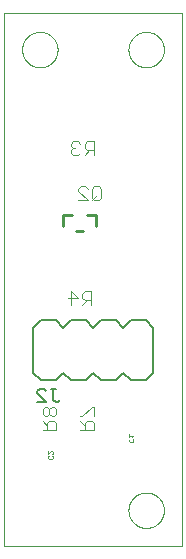
<source format=gbo>
G75*
%MOIN*%
%OFA0B0*%
%FSLAX25Y25*%
%IPPOS*%
%LPD*%
%AMOC8*
5,1,8,0,0,1.08239X$1,22.5*
%
%ADD10C,0.00000*%
%ADD11C,0.00100*%
%ADD12C,0.00600*%
%ADD13C,0.00500*%
%ADD14C,0.01000*%
%ADD15C,0.00400*%
D10*
X0001800Y0005756D02*
X0001800Y0183295D01*
X0060855Y0183295D01*
X0060855Y0005756D01*
X0001800Y0005756D01*
X0043138Y0017567D02*
X0043140Y0017720D01*
X0043146Y0017874D01*
X0043156Y0018027D01*
X0043170Y0018179D01*
X0043188Y0018332D01*
X0043210Y0018483D01*
X0043235Y0018634D01*
X0043265Y0018785D01*
X0043299Y0018935D01*
X0043336Y0019083D01*
X0043377Y0019231D01*
X0043422Y0019377D01*
X0043471Y0019523D01*
X0043524Y0019667D01*
X0043580Y0019809D01*
X0043640Y0019950D01*
X0043704Y0020090D01*
X0043771Y0020228D01*
X0043842Y0020364D01*
X0043917Y0020498D01*
X0043994Y0020630D01*
X0044076Y0020760D01*
X0044160Y0020888D01*
X0044248Y0021014D01*
X0044339Y0021137D01*
X0044433Y0021258D01*
X0044531Y0021376D01*
X0044631Y0021492D01*
X0044735Y0021605D01*
X0044841Y0021716D01*
X0044950Y0021824D01*
X0045062Y0021929D01*
X0045176Y0022030D01*
X0045294Y0022129D01*
X0045413Y0022225D01*
X0045535Y0022318D01*
X0045660Y0022407D01*
X0045787Y0022494D01*
X0045916Y0022576D01*
X0046047Y0022656D01*
X0046180Y0022732D01*
X0046315Y0022805D01*
X0046452Y0022874D01*
X0046591Y0022939D01*
X0046731Y0023001D01*
X0046873Y0023059D01*
X0047016Y0023114D01*
X0047161Y0023165D01*
X0047307Y0023212D01*
X0047454Y0023255D01*
X0047602Y0023294D01*
X0047751Y0023330D01*
X0047901Y0023361D01*
X0048052Y0023389D01*
X0048203Y0023413D01*
X0048356Y0023433D01*
X0048508Y0023449D01*
X0048661Y0023461D01*
X0048814Y0023469D01*
X0048967Y0023473D01*
X0049121Y0023473D01*
X0049274Y0023469D01*
X0049427Y0023461D01*
X0049580Y0023449D01*
X0049732Y0023433D01*
X0049885Y0023413D01*
X0050036Y0023389D01*
X0050187Y0023361D01*
X0050337Y0023330D01*
X0050486Y0023294D01*
X0050634Y0023255D01*
X0050781Y0023212D01*
X0050927Y0023165D01*
X0051072Y0023114D01*
X0051215Y0023059D01*
X0051357Y0023001D01*
X0051497Y0022939D01*
X0051636Y0022874D01*
X0051773Y0022805D01*
X0051908Y0022732D01*
X0052041Y0022656D01*
X0052172Y0022576D01*
X0052301Y0022494D01*
X0052428Y0022407D01*
X0052553Y0022318D01*
X0052675Y0022225D01*
X0052794Y0022129D01*
X0052912Y0022030D01*
X0053026Y0021929D01*
X0053138Y0021824D01*
X0053247Y0021716D01*
X0053353Y0021605D01*
X0053457Y0021492D01*
X0053557Y0021376D01*
X0053655Y0021258D01*
X0053749Y0021137D01*
X0053840Y0021014D01*
X0053928Y0020888D01*
X0054012Y0020760D01*
X0054094Y0020630D01*
X0054171Y0020498D01*
X0054246Y0020364D01*
X0054317Y0020228D01*
X0054384Y0020090D01*
X0054448Y0019950D01*
X0054508Y0019809D01*
X0054564Y0019667D01*
X0054617Y0019523D01*
X0054666Y0019377D01*
X0054711Y0019231D01*
X0054752Y0019083D01*
X0054789Y0018935D01*
X0054823Y0018785D01*
X0054853Y0018634D01*
X0054878Y0018483D01*
X0054900Y0018332D01*
X0054918Y0018179D01*
X0054932Y0018027D01*
X0054942Y0017874D01*
X0054948Y0017720D01*
X0054950Y0017567D01*
X0054948Y0017414D01*
X0054942Y0017260D01*
X0054932Y0017107D01*
X0054918Y0016955D01*
X0054900Y0016802D01*
X0054878Y0016651D01*
X0054853Y0016500D01*
X0054823Y0016349D01*
X0054789Y0016199D01*
X0054752Y0016051D01*
X0054711Y0015903D01*
X0054666Y0015757D01*
X0054617Y0015611D01*
X0054564Y0015467D01*
X0054508Y0015325D01*
X0054448Y0015184D01*
X0054384Y0015044D01*
X0054317Y0014906D01*
X0054246Y0014770D01*
X0054171Y0014636D01*
X0054094Y0014504D01*
X0054012Y0014374D01*
X0053928Y0014246D01*
X0053840Y0014120D01*
X0053749Y0013997D01*
X0053655Y0013876D01*
X0053557Y0013758D01*
X0053457Y0013642D01*
X0053353Y0013529D01*
X0053247Y0013418D01*
X0053138Y0013310D01*
X0053026Y0013205D01*
X0052912Y0013104D01*
X0052794Y0013005D01*
X0052675Y0012909D01*
X0052553Y0012816D01*
X0052428Y0012727D01*
X0052301Y0012640D01*
X0052172Y0012558D01*
X0052041Y0012478D01*
X0051908Y0012402D01*
X0051773Y0012329D01*
X0051636Y0012260D01*
X0051497Y0012195D01*
X0051357Y0012133D01*
X0051215Y0012075D01*
X0051072Y0012020D01*
X0050927Y0011969D01*
X0050781Y0011922D01*
X0050634Y0011879D01*
X0050486Y0011840D01*
X0050337Y0011804D01*
X0050187Y0011773D01*
X0050036Y0011745D01*
X0049885Y0011721D01*
X0049732Y0011701D01*
X0049580Y0011685D01*
X0049427Y0011673D01*
X0049274Y0011665D01*
X0049121Y0011661D01*
X0048967Y0011661D01*
X0048814Y0011665D01*
X0048661Y0011673D01*
X0048508Y0011685D01*
X0048356Y0011701D01*
X0048203Y0011721D01*
X0048052Y0011745D01*
X0047901Y0011773D01*
X0047751Y0011804D01*
X0047602Y0011840D01*
X0047454Y0011879D01*
X0047307Y0011922D01*
X0047161Y0011969D01*
X0047016Y0012020D01*
X0046873Y0012075D01*
X0046731Y0012133D01*
X0046591Y0012195D01*
X0046452Y0012260D01*
X0046315Y0012329D01*
X0046180Y0012402D01*
X0046047Y0012478D01*
X0045916Y0012558D01*
X0045787Y0012640D01*
X0045660Y0012727D01*
X0045535Y0012816D01*
X0045413Y0012909D01*
X0045294Y0013005D01*
X0045176Y0013104D01*
X0045062Y0013205D01*
X0044950Y0013310D01*
X0044841Y0013418D01*
X0044735Y0013529D01*
X0044631Y0013642D01*
X0044531Y0013758D01*
X0044433Y0013876D01*
X0044339Y0013997D01*
X0044248Y0014120D01*
X0044160Y0014246D01*
X0044076Y0014374D01*
X0043994Y0014504D01*
X0043917Y0014636D01*
X0043842Y0014770D01*
X0043771Y0014906D01*
X0043704Y0015044D01*
X0043640Y0015184D01*
X0043580Y0015325D01*
X0043524Y0015467D01*
X0043471Y0015611D01*
X0043422Y0015757D01*
X0043377Y0015903D01*
X0043336Y0016051D01*
X0043299Y0016199D01*
X0043265Y0016349D01*
X0043235Y0016500D01*
X0043210Y0016651D01*
X0043188Y0016802D01*
X0043170Y0016955D01*
X0043156Y0017107D01*
X0043146Y0017260D01*
X0043140Y0017414D01*
X0043138Y0017567D01*
X0043138Y0171110D02*
X0043140Y0171263D01*
X0043146Y0171417D01*
X0043156Y0171570D01*
X0043170Y0171722D01*
X0043188Y0171875D01*
X0043210Y0172026D01*
X0043235Y0172177D01*
X0043265Y0172328D01*
X0043299Y0172478D01*
X0043336Y0172626D01*
X0043377Y0172774D01*
X0043422Y0172920D01*
X0043471Y0173066D01*
X0043524Y0173210D01*
X0043580Y0173352D01*
X0043640Y0173493D01*
X0043704Y0173633D01*
X0043771Y0173771D01*
X0043842Y0173907D01*
X0043917Y0174041D01*
X0043994Y0174173D01*
X0044076Y0174303D01*
X0044160Y0174431D01*
X0044248Y0174557D01*
X0044339Y0174680D01*
X0044433Y0174801D01*
X0044531Y0174919D01*
X0044631Y0175035D01*
X0044735Y0175148D01*
X0044841Y0175259D01*
X0044950Y0175367D01*
X0045062Y0175472D01*
X0045176Y0175573D01*
X0045294Y0175672D01*
X0045413Y0175768D01*
X0045535Y0175861D01*
X0045660Y0175950D01*
X0045787Y0176037D01*
X0045916Y0176119D01*
X0046047Y0176199D01*
X0046180Y0176275D01*
X0046315Y0176348D01*
X0046452Y0176417D01*
X0046591Y0176482D01*
X0046731Y0176544D01*
X0046873Y0176602D01*
X0047016Y0176657D01*
X0047161Y0176708D01*
X0047307Y0176755D01*
X0047454Y0176798D01*
X0047602Y0176837D01*
X0047751Y0176873D01*
X0047901Y0176904D01*
X0048052Y0176932D01*
X0048203Y0176956D01*
X0048356Y0176976D01*
X0048508Y0176992D01*
X0048661Y0177004D01*
X0048814Y0177012D01*
X0048967Y0177016D01*
X0049121Y0177016D01*
X0049274Y0177012D01*
X0049427Y0177004D01*
X0049580Y0176992D01*
X0049732Y0176976D01*
X0049885Y0176956D01*
X0050036Y0176932D01*
X0050187Y0176904D01*
X0050337Y0176873D01*
X0050486Y0176837D01*
X0050634Y0176798D01*
X0050781Y0176755D01*
X0050927Y0176708D01*
X0051072Y0176657D01*
X0051215Y0176602D01*
X0051357Y0176544D01*
X0051497Y0176482D01*
X0051636Y0176417D01*
X0051773Y0176348D01*
X0051908Y0176275D01*
X0052041Y0176199D01*
X0052172Y0176119D01*
X0052301Y0176037D01*
X0052428Y0175950D01*
X0052553Y0175861D01*
X0052675Y0175768D01*
X0052794Y0175672D01*
X0052912Y0175573D01*
X0053026Y0175472D01*
X0053138Y0175367D01*
X0053247Y0175259D01*
X0053353Y0175148D01*
X0053457Y0175035D01*
X0053557Y0174919D01*
X0053655Y0174801D01*
X0053749Y0174680D01*
X0053840Y0174557D01*
X0053928Y0174431D01*
X0054012Y0174303D01*
X0054094Y0174173D01*
X0054171Y0174041D01*
X0054246Y0173907D01*
X0054317Y0173771D01*
X0054384Y0173633D01*
X0054448Y0173493D01*
X0054508Y0173352D01*
X0054564Y0173210D01*
X0054617Y0173066D01*
X0054666Y0172920D01*
X0054711Y0172774D01*
X0054752Y0172626D01*
X0054789Y0172478D01*
X0054823Y0172328D01*
X0054853Y0172177D01*
X0054878Y0172026D01*
X0054900Y0171875D01*
X0054918Y0171722D01*
X0054932Y0171570D01*
X0054942Y0171417D01*
X0054948Y0171263D01*
X0054950Y0171110D01*
X0054948Y0170957D01*
X0054942Y0170803D01*
X0054932Y0170650D01*
X0054918Y0170498D01*
X0054900Y0170345D01*
X0054878Y0170194D01*
X0054853Y0170043D01*
X0054823Y0169892D01*
X0054789Y0169742D01*
X0054752Y0169594D01*
X0054711Y0169446D01*
X0054666Y0169300D01*
X0054617Y0169154D01*
X0054564Y0169010D01*
X0054508Y0168868D01*
X0054448Y0168727D01*
X0054384Y0168587D01*
X0054317Y0168449D01*
X0054246Y0168313D01*
X0054171Y0168179D01*
X0054094Y0168047D01*
X0054012Y0167917D01*
X0053928Y0167789D01*
X0053840Y0167663D01*
X0053749Y0167540D01*
X0053655Y0167419D01*
X0053557Y0167301D01*
X0053457Y0167185D01*
X0053353Y0167072D01*
X0053247Y0166961D01*
X0053138Y0166853D01*
X0053026Y0166748D01*
X0052912Y0166647D01*
X0052794Y0166548D01*
X0052675Y0166452D01*
X0052553Y0166359D01*
X0052428Y0166270D01*
X0052301Y0166183D01*
X0052172Y0166101D01*
X0052041Y0166021D01*
X0051908Y0165945D01*
X0051773Y0165872D01*
X0051636Y0165803D01*
X0051497Y0165738D01*
X0051357Y0165676D01*
X0051215Y0165618D01*
X0051072Y0165563D01*
X0050927Y0165512D01*
X0050781Y0165465D01*
X0050634Y0165422D01*
X0050486Y0165383D01*
X0050337Y0165347D01*
X0050187Y0165316D01*
X0050036Y0165288D01*
X0049885Y0165264D01*
X0049732Y0165244D01*
X0049580Y0165228D01*
X0049427Y0165216D01*
X0049274Y0165208D01*
X0049121Y0165204D01*
X0048967Y0165204D01*
X0048814Y0165208D01*
X0048661Y0165216D01*
X0048508Y0165228D01*
X0048356Y0165244D01*
X0048203Y0165264D01*
X0048052Y0165288D01*
X0047901Y0165316D01*
X0047751Y0165347D01*
X0047602Y0165383D01*
X0047454Y0165422D01*
X0047307Y0165465D01*
X0047161Y0165512D01*
X0047016Y0165563D01*
X0046873Y0165618D01*
X0046731Y0165676D01*
X0046591Y0165738D01*
X0046452Y0165803D01*
X0046315Y0165872D01*
X0046180Y0165945D01*
X0046047Y0166021D01*
X0045916Y0166101D01*
X0045787Y0166183D01*
X0045660Y0166270D01*
X0045535Y0166359D01*
X0045413Y0166452D01*
X0045294Y0166548D01*
X0045176Y0166647D01*
X0045062Y0166748D01*
X0044950Y0166853D01*
X0044841Y0166961D01*
X0044735Y0167072D01*
X0044631Y0167185D01*
X0044531Y0167301D01*
X0044433Y0167419D01*
X0044339Y0167540D01*
X0044248Y0167663D01*
X0044160Y0167789D01*
X0044076Y0167917D01*
X0043994Y0168047D01*
X0043917Y0168179D01*
X0043842Y0168313D01*
X0043771Y0168449D01*
X0043704Y0168587D01*
X0043640Y0168727D01*
X0043580Y0168868D01*
X0043524Y0169010D01*
X0043471Y0169154D01*
X0043422Y0169300D01*
X0043377Y0169446D01*
X0043336Y0169594D01*
X0043299Y0169742D01*
X0043265Y0169892D01*
X0043235Y0170043D01*
X0043210Y0170194D01*
X0043188Y0170345D01*
X0043170Y0170498D01*
X0043156Y0170650D01*
X0043146Y0170803D01*
X0043140Y0170957D01*
X0043138Y0171110D01*
X0007705Y0171110D02*
X0007707Y0171263D01*
X0007713Y0171417D01*
X0007723Y0171570D01*
X0007737Y0171722D01*
X0007755Y0171875D01*
X0007777Y0172026D01*
X0007802Y0172177D01*
X0007832Y0172328D01*
X0007866Y0172478D01*
X0007903Y0172626D01*
X0007944Y0172774D01*
X0007989Y0172920D01*
X0008038Y0173066D01*
X0008091Y0173210D01*
X0008147Y0173352D01*
X0008207Y0173493D01*
X0008271Y0173633D01*
X0008338Y0173771D01*
X0008409Y0173907D01*
X0008484Y0174041D01*
X0008561Y0174173D01*
X0008643Y0174303D01*
X0008727Y0174431D01*
X0008815Y0174557D01*
X0008906Y0174680D01*
X0009000Y0174801D01*
X0009098Y0174919D01*
X0009198Y0175035D01*
X0009302Y0175148D01*
X0009408Y0175259D01*
X0009517Y0175367D01*
X0009629Y0175472D01*
X0009743Y0175573D01*
X0009861Y0175672D01*
X0009980Y0175768D01*
X0010102Y0175861D01*
X0010227Y0175950D01*
X0010354Y0176037D01*
X0010483Y0176119D01*
X0010614Y0176199D01*
X0010747Y0176275D01*
X0010882Y0176348D01*
X0011019Y0176417D01*
X0011158Y0176482D01*
X0011298Y0176544D01*
X0011440Y0176602D01*
X0011583Y0176657D01*
X0011728Y0176708D01*
X0011874Y0176755D01*
X0012021Y0176798D01*
X0012169Y0176837D01*
X0012318Y0176873D01*
X0012468Y0176904D01*
X0012619Y0176932D01*
X0012770Y0176956D01*
X0012923Y0176976D01*
X0013075Y0176992D01*
X0013228Y0177004D01*
X0013381Y0177012D01*
X0013534Y0177016D01*
X0013688Y0177016D01*
X0013841Y0177012D01*
X0013994Y0177004D01*
X0014147Y0176992D01*
X0014299Y0176976D01*
X0014452Y0176956D01*
X0014603Y0176932D01*
X0014754Y0176904D01*
X0014904Y0176873D01*
X0015053Y0176837D01*
X0015201Y0176798D01*
X0015348Y0176755D01*
X0015494Y0176708D01*
X0015639Y0176657D01*
X0015782Y0176602D01*
X0015924Y0176544D01*
X0016064Y0176482D01*
X0016203Y0176417D01*
X0016340Y0176348D01*
X0016475Y0176275D01*
X0016608Y0176199D01*
X0016739Y0176119D01*
X0016868Y0176037D01*
X0016995Y0175950D01*
X0017120Y0175861D01*
X0017242Y0175768D01*
X0017361Y0175672D01*
X0017479Y0175573D01*
X0017593Y0175472D01*
X0017705Y0175367D01*
X0017814Y0175259D01*
X0017920Y0175148D01*
X0018024Y0175035D01*
X0018124Y0174919D01*
X0018222Y0174801D01*
X0018316Y0174680D01*
X0018407Y0174557D01*
X0018495Y0174431D01*
X0018579Y0174303D01*
X0018661Y0174173D01*
X0018738Y0174041D01*
X0018813Y0173907D01*
X0018884Y0173771D01*
X0018951Y0173633D01*
X0019015Y0173493D01*
X0019075Y0173352D01*
X0019131Y0173210D01*
X0019184Y0173066D01*
X0019233Y0172920D01*
X0019278Y0172774D01*
X0019319Y0172626D01*
X0019356Y0172478D01*
X0019390Y0172328D01*
X0019420Y0172177D01*
X0019445Y0172026D01*
X0019467Y0171875D01*
X0019485Y0171722D01*
X0019499Y0171570D01*
X0019509Y0171417D01*
X0019515Y0171263D01*
X0019517Y0171110D01*
X0019515Y0170957D01*
X0019509Y0170803D01*
X0019499Y0170650D01*
X0019485Y0170498D01*
X0019467Y0170345D01*
X0019445Y0170194D01*
X0019420Y0170043D01*
X0019390Y0169892D01*
X0019356Y0169742D01*
X0019319Y0169594D01*
X0019278Y0169446D01*
X0019233Y0169300D01*
X0019184Y0169154D01*
X0019131Y0169010D01*
X0019075Y0168868D01*
X0019015Y0168727D01*
X0018951Y0168587D01*
X0018884Y0168449D01*
X0018813Y0168313D01*
X0018738Y0168179D01*
X0018661Y0168047D01*
X0018579Y0167917D01*
X0018495Y0167789D01*
X0018407Y0167663D01*
X0018316Y0167540D01*
X0018222Y0167419D01*
X0018124Y0167301D01*
X0018024Y0167185D01*
X0017920Y0167072D01*
X0017814Y0166961D01*
X0017705Y0166853D01*
X0017593Y0166748D01*
X0017479Y0166647D01*
X0017361Y0166548D01*
X0017242Y0166452D01*
X0017120Y0166359D01*
X0016995Y0166270D01*
X0016868Y0166183D01*
X0016739Y0166101D01*
X0016608Y0166021D01*
X0016475Y0165945D01*
X0016340Y0165872D01*
X0016203Y0165803D01*
X0016064Y0165738D01*
X0015924Y0165676D01*
X0015782Y0165618D01*
X0015639Y0165563D01*
X0015494Y0165512D01*
X0015348Y0165465D01*
X0015201Y0165422D01*
X0015053Y0165383D01*
X0014904Y0165347D01*
X0014754Y0165316D01*
X0014603Y0165288D01*
X0014452Y0165264D01*
X0014299Y0165244D01*
X0014147Y0165228D01*
X0013994Y0165216D01*
X0013841Y0165208D01*
X0013688Y0165204D01*
X0013534Y0165204D01*
X0013381Y0165208D01*
X0013228Y0165216D01*
X0013075Y0165228D01*
X0012923Y0165244D01*
X0012770Y0165264D01*
X0012619Y0165288D01*
X0012468Y0165316D01*
X0012318Y0165347D01*
X0012169Y0165383D01*
X0012021Y0165422D01*
X0011874Y0165465D01*
X0011728Y0165512D01*
X0011583Y0165563D01*
X0011440Y0165618D01*
X0011298Y0165676D01*
X0011158Y0165738D01*
X0011019Y0165803D01*
X0010882Y0165872D01*
X0010747Y0165945D01*
X0010614Y0166021D01*
X0010483Y0166101D01*
X0010354Y0166183D01*
X0010227Y0166270D01*
X0010102Y0166359D01*
X0009980Y0166452D01*
X0009861Y0166548D01*
X0009743Y0166647D01*
X0009629Y0166748D01*
X0009517Y0166853D01*
X0009408Y0166961D01*
X0009302Y0167072D01*
X0009198Y0167185D01*
X0009098Y0167301D01*
X0009000Y0167419D01*
X0008906Y0167540D01*
X0008815Y0167663D01*
X0008727Y0167789D01*
X0008643Y0167917D01*
X0008561Y0168047D01*
X0008484Y0168179D01*
X0008409Y0168313D01*
X0008338Y0168449D01*
X0008271Y0168587D01*
X0008207Y0168727D01*
X0008147Y0168868D01*
X0008091Y0169010D01*
X0008038Y0169154D01*
X0007989Y0169300D01*
X0007944Y0169446D01*
X0007903Y0169594D01*
X0007866Y0169742D01*
X0007832Y0169892D01*
X0007802Y0170043D01*
X0007777Y0170194D01*
X0007755Y0170345D01*
X0007737Y0170498D01*
X0007723Y0170650D01*
X0007713Y0170803D01*
X0007707Y0170957D01*
X0007705Y0171110D01*
D11*
X0043250Y0042833D02*
X0043250Y0041833D01*
X0043250Y0042333D02*
X0044751Y0042333D01*
X0044251Y0041833D01*
X0044501Y0041360D02*
X0044751Y0041110D01*
X0044751Y0040610D01*
X0044501Y0040359D01*
X0043500Y0040359D01*
X0043250Y0040610D01*
X0043250Y0041110D01*
X0043500Y0041360D01*
X0017851Y0036967D02*
X0017851Y0036466D01*
X0017601Y0036216D01*
X0017601Y0035744D02*
X0017851Y0035494D01*
X0017851Y0034993D01*
X0017601Y0034743D01*
X0016600Y0034743D01*
X0016350Y0034993D01*
X0016350Y0035494D01*
X0016600Y0035744D01*
X0016350Y0036216D02*
X0017351Y0037217D01*
X0017601Y0037217D01*
X0017851Y0036967D01*
X0016350Y0037217D02*
X0016350Y0036216D01*
D12*
X0013906Y0060874D02*
X0018906Y0060874D01*
X0021406Y0063374D01*
X0023906Y0060874D01*
X0028906Y0060874D01*
X0031406Y0063374D01*
X0033906Y0060874D01*
X0038906Y0060874D01*
X0041406Y0063374D01*
X0043906Y0060874D01*
X0048906Y0060874D01*
X0051406Y0063374D01*
X0051406Y0078374D01*
X0048906Y0080874D01*
X0043906Y0080874D01*
X0041406Y0078374D01*
X0038906Y0080874D01*
X0033906Y0080874D01*
X0031406Y0078374D01*
X0028906Y0080874D01*
X0023906Y0080874D01*
X0021406Y0078374D01*
X0018906Y0080874D01*
X0013906Y0080874D01*
X0011406Y0078374D01*
X0011406Y0063374D01*
X0013906Y0060874D01*
D13*
X0013508Y0058128D02*
X0015010Y0058128D01*
X0015760Y0057377D01*
X0017362Y0058128D02*
X0018863Y0058128D01*
X0018112Y0058128D02*
X0018112Y0054375D01*
X0018863Y0053624D01*
X0019614Y0053624D01*
X0020364Y0054375D01*
X0015760Y0053624D02*
X0012758Y0056627D01*
X0012758Y0057377D01*
X0013508Y0058128D01*
X0012758Y0053624D02*
X0015760Y0053624D01*
D14*
X0025600Y0110656D02*
X0028000Y0110656D01*
X0029400Y0115856D02*
X0032400Y0115856D01*
X0032400Y0112256D01*
X0024200Y0115856D02*
X0021200Y0115856D01*
X0021200Y0112256D01*
D15*
X0026427Y0120956D02*
X0029496Y0120956D01*
X0026427Y0124025D01*
X0026427Y0124793D01*
X0027194Y0125560D01*
X0028729Y0125560D01*
X0029496Y0124793D01*
X0031031Y0124793D02*
X0031031Y0121723D01*
X0031798Y0120956D01*
X0033333Y0120956D01*
X0034100Y0121723D01*
X0034100Y0124793D01*
X0033333Y0125560D01*
X0031798Y0125560D01*
X0031031Y0124793D01*
X0032565Y0122491D02*
X0031031Y0120956D01*
X0031600Y0135956D02*
X0031600Y0140560D01*
X0029298Y0140560D01*
X0028531Y0139793D01*
X0028531Y0138258D01*
X0029298Y0137491D01*
X0031600Y0137491D01*
X0030065Y0137491D02*
X0028531Y0135956D01*
X0026996Y0136723D02*
X0026229Y0135956D01*
X0024694Y0135956D01*
X0023927Y0136723D01*
X0023927Y0137491D01*
X0024694Y0138258D01*
X0025461Y0138258D01*
X0024694Y0138258D02*
X0023927Y0139025D01*
X0023927Y0139793D01*
X0024694Y0140560D01*
X0026229Y0140560D01*
X0026996Y0139793D01*
X0028506Y0090560D02*
X0027739Y0089793D01*
X0027739Y0088258D01*
X0028506Y0087491D01*
X0030808Y0087491D01*
X0030808Y0085956D02*
X0030808Y0090560D01*
X0028506Y0090560D01*
X0029273Y0087491D02*
X0027739Y0085956D01*
X0026204Y0088258D02*
X0023135Y0088258D01*
X0023902Y0090560D02*
X0026204Y0088258D01*
X0023902Y0085956D02*
X0023902Y0090560D01*
X0018337Y0051921D02*
X0017569Y0051921D01*
X0016802Y0051154D01*
X0016802Y0049619D01*
X0017569Y0048852D01*
X0018337Y0048852D01*
X0019104Y0049619D01*
X0019104Y0051154D01*
X0018337Y0051921D01*
X0016802Y0051154D02*
X0016035Y0051921D01*
X0015267Y0051921D01*
X0014500Y0051154D01*
X0014500Y0049619D01*
X0015267Y0048852D01*
X0016035Y0048852D01*
X0016802Y0049619D01*
X0016802Y0047317D02*
X0016035Y0046550D01*
X0016035Y0044248D01*
X0016035Y0045783D02*
X0014500Y0047317D01*
X0014500Y0044248D02*
X0019104Y0044248D01*
X0019104Y0046550D01*
X0018337Y0047317D01*
X0016802Y0047317D01*
X0027000Y0047317D02*
X0028535Y0045783D01*
X0028535Y0046550D02*
X0028535Y0044248D01*
X0027000Y0044248D02*
X0031604Y0044248D01*
X0031604Y0046550D01*
X0030837Y0047317D01*
X0029302Y0047317D01*
X0028535Y0046550D01*
X0027767Y0048852D02*
X0027000Y0048852D01*
X0027767Y0048852D02*
X0030837Y0051921D01*
X0031604Y0051921D01*
X0031604Y0048852D01*
M02*

</source>
